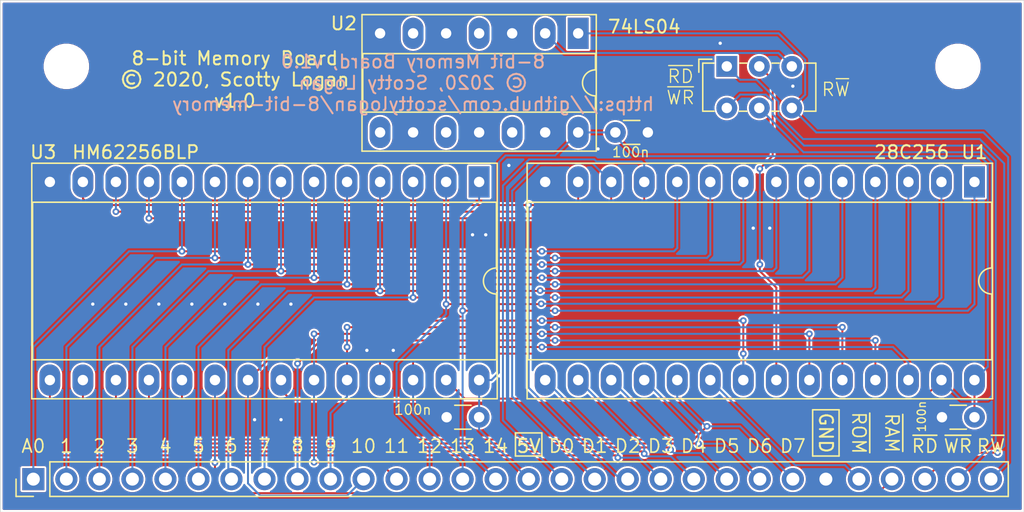
<source format=kicad_pcb>
(kicad_pcb (version 20171130) (host pcbnew "(5.1.8-0-10_14)")
  (title_block (title "8-bit Memory Board") (date 2020-12-28) (rev 1.0) (comment 1 8-bit-memory) (comment 2 "8 bit memory board for prototyping with solderless breadboards"))
  (layers (0 F.Cu signal) (31 B.Cu signal) (34 B.Paste user) (35 F.Paste user) (36 B.SilkS user) (37 F.SilkS user) (38 B.Mask user) (39 F.Mask user) (44 Edge.Cuts user))
  (net 0 "")
  (net 1 +5V)
  (net 2 GND)
  (net 3 /A0)
  (net 4 /A1)
  (net 5 /A2)
  (net 6 /A3)
  (net 7 /A4)
  (net 8 /A5)
  (net 9 /A6)
  (net 10 /A7)
  (net 11 /A8)
  (net 12 /A9)
  (net 13 /A10)
  (net 14 /A11)
  (net 15 /A12)
  (net 16 /A13)
  (net 17 /A14)
  (net 18 /D0)
  (net 19 /D1)
  (net 20 /D2)
  (net 21 /D3)
  (net 22 /D4)
  (net 23 /D5)
  (net 24 /D6)
  (net 25 /D7)
  (net 26 /~RD)
  (net 27 /~WR)
  (net 28 /R~W)
  (net 29 /~OE)
  (net 30 /~R~W)
  (net 31 /~WE)
  (net 32 "Net-(U2-Pad8)")
  (net 33 "Net-(U2-Pad10)")
  (net 34 "Net-(U2-Pad4)")
  (net 35 "Net-(U2-Pad12)")
  (net 36 "Net-(U2-Pad6)")
  (net 37 /~ROM)
  (net 38 /~RAM)
  (module Button_Switch_THT:SW_E-Switch_EG1271_DPDT (layer F.Cu) (at 158.75 54.61)
    (fp_text reference SW1 hide)
    (fp_text value SW_DPDT_x2 hide)
    (pad 1 thru_hole rect (at 0 0) (size 1.6 1.6) (drill 0.8) (layers *.Cu *.Mask) (net 26 /~RD))
    (pad 2 thru_hole circle (at 2.5 0) (size 1.6 1.6) (drill 0.8) (layers *.Cu *.Mask) (net 29 /~OE))
    (pad 3 thru_hole circle (at 5 0) (size 1.6 1.6) (drill 0.8) (layers *.Cu *.Mask) (net 30 /~R~W))
    (pad 4 thru_hole circle (at 0 3.2) (size 1.6 1.6) (drill 0.8) (layers *.Cu *.Mask) (net 27 /~WR))
    (pad 5 thru_hole circle (at 2.5 3.2) (size 1.6 1.6) (drill 0.8) (layers *.Cu *.Mask) (net 31 /~WE))
    (pad 6 thru_hole circle (at 5 3.2) (size 1.6 1.6) (drill 0.8) (layers *.Cu *.Mask) (net 28 /R~W))
  )
  (module Package_DIP:DIP-28_W15.24mm_Socket_LongPads (layer F.Cu) (at 177.8 63.5 270)
    (fp_text reference U1 (at -2.286 0 unlocked) (layer F.SilkS))
    (fp_text value 28C256 (at -2.286 4.826 unlocked) (layer F.SilkS))
    (pad 1 thru_hole rect (at 0 0 270) (size 2.4 1.6) (drill 0.8) (layers *.Cu *.Mask) (net 17 /A14))
    (pad 15 thru_hole oval (at 15.24 33.02 270) (size 2.4 1.6) (drill 0.8) (layers *.Cu *.Mask) (net 21 /D3))
    (pad 2 thru_hole oval (at 0 2.54 270) (size 2.4 1.6) (drill 0.8) (layers *.Cu *.Mask) (net 15 /A12))
    (pad 16 thru_hole oval (at 15.24 30.48 270) (size 2.4 1.6) (drill 0.8) (layers *.Cu *.Mask) (net 22 /D4))
    (pad 3 thru_hole oval (at 0 5.08 270) (size 2.4 1.6) (drill 0.8) (layers *.Cu *.Mask) (net 10 /A7))
    (pad 17 thru_hole oval (at 15.24 27.94 270) (size 2.4 1.6) (drill 0.8) (layers *.Cu *.Mask) (net 23 /D5))
    (pad 4 thru_hole oval (at 0 7.62 270) (size 2.4 1.6) (drill 0.8) (layers *.Cu *.Mask) (net 9 /A6))
    (pad 18 thru_hole oval (at 15.24 25.4 270) (size 2.4 1.6) (drill 0.8) (layers *.Cu *.Mask) (net 24 /D6))
    (pad 5 thru_hole oval (at 0 10.16 270) (size 2.4 1.6) (drill 0.8) (layers *.Cu *.Mask) (net 8 /A5))
    (pad 19 thru_hole oval (at 15.24 22.86 270) (size 2.4 1.6) (drill 0.8) (layers *.Cu *.Mask) (net 25 /D7))
    (pad 6 thru_hole oval (at 0 12.7 270) (size 2.4 1.6) (drill 0.8) (layers *.Cu *.Mask) (net 7 /A4))
    (pad 20 thru_hole oval (at 15.24 20.32 270) (size 2.4 1.6) (drill 0.8) (layers *.Cu *.Mask) (net 37 /~ROM))
    (pad 7 thru_hole oval (at 0 15.24 270) (size 2.4 1.6) (drill 0.8) (layers *.Cu *.Mask) (net 6 /A3))
    (pad 21 thru_hole oval (at 15.24 17.78 270) (size 2.4 1.6) (drill 0.8) (layers *.Cu *.Mask) (net 13 /A10))
    (pad 8 thru_hole oval (at 0 17.78 270) (size 2.4 1.6) (drill 0.8) (layers *.Cu *.Mask) (net 5 /A2))
    (pad 22 thru_hole oval (at 15.24 15.24 270) (size 2.4 1.6) (drill 0.8) (layers *.Cu *.Mask) (net 29 /~OE))
    (pad 9 thru_hole oval (at 0 20.32 270) (size 2.4 1.6) (drill 0.8) (layers *.Cu *.Mask) (net 4 /A1))
    (pad 23 thru_hole oval (at 15.24 12.7 270) (size 2.4 1.6) (drill 0.8) (layers *.Cu *.Mask) (net 14 /A11))
    (pad 10 thru_hole oval (at 0 22.86 270) (size 2.4 1.6) (drill 0.8) (layers *.Cu *.Mask) (net 3 /A0))
    (pad 24 thru_hole oval (at 15.24 10.16 270) (size 2.4 1.6) (drill 0.8) (layers *.Cu *.Mask) (net 12 /A9))
    (pad 11 thru_hole oval (at 0 25.4 270) (size 2.4 1.6) (drill 0.8) (layers *.Cu *.Mask) (net 18 /D0))
    (pad 25 thru_hole oval (at 15.24 7.62 270) (size 2.4 1.6) (drill 0.8) (layers *.Cu *.Mask) (net 11 /A8))
    (pad 12 thru_hole oval (at 0 27.94 270) (size 2.4 1.6) (drill 0.8) (layers *.Cu *.Mask) (net 19 /D1))
    (pad 26 thru_hole oval (at 15.24 5.08 270) (size 2.4 1.6) (drill 0.8) (layers *.Cu *.Mask) (net 16 /A13))
    (pad 13 thru_hole oval (at 0 30.48 270) (size 2.4 1.6) (drill 0.8) (layers *.Cu *.Mask) (net 20 /D2))
    (pad 27 thru_hole oval (at 15.24 2.54 270) (size 2.4 1.6) (drill 0.8) (layers *.Cu *.Mask) (net 31 /~WE))
    (pad 14 thru_hole oval (at 0 33.02 270) (size 2.4 1.6) (drill 0.8) (layers *.Cu *.Mask) (net 2 GND))
    (pad 28 thru_hole oval (at 15.24 0 270) (size 2.4 1.6) (drill 0.8) (layers *.Cu *.Mask) (net 1 +5V))
  )
  (module Package_DIP:DIP-14_W7.62mm_Socket_LongPads (layer F.Cu) (at 147.32 52.07 270)
    (fp_text reference U2 (at -0.762 18.034 unlocked) (layer F.SilkS))
    (fp_text value 74LS04 (at -0.508 -5.08 unlocked) (layer F.SilkS))
    (pad 1 thru_hole rect (at 0 0 270) (size 2.4 1.6) (drill 0.8) (layers *.Cu *.Mask) (net 28 /R~W))
    (pad 8 thru_hole oval (at 7.62 15.24 270) (size 2.4 1.6) (drill 0.8) (layers *.Cu *.Mask) (net 32 "Net-(U2-Pad8)"))
    (pad 2 thru_hole oval (at 0 2.54 270) (size 2.4 1.6) (drill 0.8) (layers *.Cu *.Mask) (net 30 /~R~W))
    (pad 9 thru_hole oval (at 7.62 12.7 270) (size 2.4 1.6) (drill 0.8) (layers *.Cu *.Mask) (net 2 GND))
    (pad 3 thru_hole oval (at 0 5.08 270) (size 2.4 1.6) (drill 0.8) (layers *.Cu *.Mask) (net 2 GND))
    (pad 10 thru_hole oval (at 7.62 10.16 270) (size 2.4 1.6) (drill 0.8) (layers *.Cu *.Mask) (net 33 "Net-(U2-Pad10)"))
    (pad 4 thru_hole oval (at 0 7.62 270) (size 2.4 1.6) (drill 0.8) (layers *.Cu *.Mask) (net 34 "Net-(U2-Pad4)"))
    (pad 11 thru_hole oval (at 7.62 7.62 270) (size 2.4 1.6) (drill 0.8) (layers *.Cu *.Mask) (net 2 GND))
    (pad 5 thru_hole oval (at 0 10.16 270) (size 2.4 1.6) (drill 0.8) (layers *.Cu *.Mask) (net 2 GND))
    (pad 12 thru_hole oval (at 7.62 5.08 270) (size 2.4 1.6) (drill 0.8) (layers *.Cu *.Mask) (net 35 "Net-(U2-Pad12)"))
    (pad 6 thru_hole oval (at 0 12.7 270) (size 2.4 1.6) (drill 0.8) (layers *.Cu *.Mask) (net 36 "Net-(U2-Pad6)"))
    (pad 13 thru_hole oval (at 7.62 2.54 270) (size 2.4 1.6) (drill 0.8) (layers *.Cu *.Mask) (net 2 GND))
    (pad 7 thru_hole oval (at 0 15.24 270) (size 2.4 1.6) (drill 0.8) (layers *.Cu *.Mask) (net 2 GND))
    (pad 14 thru_hole oval (at 7.62 0 270) (size 2.4 1.6) (drill 0.8) (layers *.Cu *.Mask) (net 1 +5V))
  )
  (module Package_DIP:DIP-28_W15.24mm_Socket_LongPads (layer F.Cu) (at 139.7 63.5 270)
    (fp_text reference U3 (at -2.286 33.528 unlocked) (layer F.SilkS))
    (fp_text value HM62256BLP (at -2.286 26.416 unlocked) (layer F.SilkS))
    (pad 28 thru_hole oval (at 15.24 0 270) (size 2.4 1.6) (drill 0.8) (layers *.Cu *.Mask) (net 1 +5V))
    (pad 14 thru_hole oval (at 0 33.02 270) (size 2.4 1.6) (drill 0.8) (layers *.Cu *.Mask) (net 2 GND))
    (pad 27 thru_hole oval (at 15.24 2.54 270) (size 2.4 1.6) (drill 0.8) (layers *.Cu *.Mask) (net 31 /~WE))
    (pad 13 thru_hole oval (at 0 30.48 270) (size 2.4 1.6) (drill 0.8) (layers *.Cu *.Mask) (net 20 /D2))
    (pad 26 thru_hole oval (at 15.24 5.08 270) (size 2.4 1.6) (drill 0.8) (layers *.Cu *.Mask) (net 16 /A13))
    (pad 12 thru_hole oval (at 0 27.94 270) (size 2.4 1.6) (drill 0.8) (layers *.Cu *.Mask) (net 19 /D1))
    (pad 25 thru_hole oval (at 15.24 7.62 270) (size 2.4 1.6) (drill 0.8) (layers *.Cu *.Mask) (net 11 /A8))
    (pad 11 thru_hole oval (at 0 25.4 270) (size 2.4 1.6) (drill 0.8) (layers *.Cu *.Mask) (net 18 /D0))
    (pad 24 thru_hole oval (at 15.24 10.16 270) (size 2.4 1.6) (drill 0.8) (layers *.Cu *.Mask) (net 12 /A9))
    (pad 10 thru_hole oval (at 0 22.86 270) (size 2.4 1.6) (drill 0.8) (layers *.Cu *.Mask) (net 3 /A0))
    (pad 23 thru_hole oval (at 15.24 12.7 270) (size 2.4 1.6) (drill 0.8) (layers *.Cu *.Mask) (net 14 /A11))
    (pad 9 thru_hole oval (at 0 20.32 270) (size 2.4 1.6) (drill 0.8) (layers *.Cu *.Mask) (net 4 /A1))
    (pad 22 thru_hole oval (at 15.24 15.24 270) (size 2.4 1.6) (drill 0.8) (layers *.Cu *.Mask) (net 29 /~OE))
    (pad 8 thru_hole oval (at 0 17.78 270) (size 2.4 1.6) (drill 0.8) (layers *.Cu *.Mask) (net 5 /A2))
    (pad 21 thru_hole oval (at 15.24 17.78 270) (size 2.4 1.6) (drill 0.8) (layers *.Cu *.Mask) (net 13 /A10))
    (pad 7 thru_hole oval (at 0 15.24 270) (size 2.4 1.6) (drill 0.8) (layers *.Cu *.Mask) (net 6 /A3))
    (pad 20 thru_hole oval (at 15.24 20.32 270) (size 2.4 1.6) (drill 0.8) (layers *.Cu *.Mask) (net 38 /~RAM))
    (pad 6 thru_hole oval (at 0 12.7 270) (size 2.4 1.6) (drill 0.8) (layers *.Cu *.Mask) (net 7 /A4))
    (pad 19 thru_hole oval (at 15.24 22.86 270) (size 2.4 1.6) (drill 0.8) (layers *.Cu *.Mask) (net 25 /D7))
    (pad 5 thru_hole oval (at 0 10.16 270) (size 2.4 1.6) (drill 0.8) (layers *.Cu *.Mask) (net 8 /A5))
    (pad 18 thru_hole oval (at 15.24 25.4 270) (size 2.4 1.6) (drill 0.8) (layers *.Cu *.Mask) (net 24 /D6))
    (pad 4 thru_hole oval (at 0 7.62 270) (size 2.4 1.6) (drill 0.8) (layers *.Cu *.Mask) (net 9 /A6))
    (pad 17 thru_hole oval (at 15.24 27.94 270) (size 2.4 1.6) (drill 0.8) (layers *.Cu *.Mask) (net 23 /D5))
    (pad 3 thru_hole oval (at 0 5.08 270) (size 2.4 1.6) (drill 0.8) (layers *.Cu *.Mask) (net 10 /A7))
    (pad 16 thru_hole oval (at 15.24 30.48 270) (size 2.4 1.6) (drill 0.8) (layers *.Cu *.Mask) (net 22 /D4))
    (pad 2 thru_hole oval (at 0 2.54 270) (size 2.4 1.6) (drill 0.8) (layers *.Cu *.Mask) (net 15 /A12))
    (pad 15 thru_hole oval (at 15.24 33.02 270) (size 2.4 1.6) (drill 0.8) (layers *.Cu *.Mask) (net 21 /D3))
    (pad 1 thru_hole rect (at 0 0 270) (size 2.4 1.6) (drill 0.8) (layers *.Cu *.Mask) (net 17 /A14))
  )
  (module Capacitor_THT:C_Disc_D3.0mm_W1.6mm_P2.50mm (layer F.Cu) (at 177.8 81.5975 180)
    (fp_text reference C1 hide)
    (fp_text value 100n (at 4.064 -1.2065 90 unlocked) (layer F.SilkS) (effects (font (size 0.635 0.635) (thickness 0.1016)) (justify left)))
    (pad 1 thru_hole circle (at 0 0 180) (size 1.6 1.6) (drill 0.8) (layers *.Cu *.Mask) (net 1 +5V))
    (pad 2 thru_hole circle (at 2.5 0 180) (size 1.6 1.6) (drill 0.8) (layers *.Cu *.Mask) (net 2 GND))
  )
  (module Capacitor_THT:C_Disc_D3.0mm_W1.6mm_P2.50mm (layer F.Cu) (at 150.1775 59.69)
    (fp_text reference C2 hide)
    (fp_text value 100n (at -0.3175 1.524 unlocked) (layer F.SilkS) (effects (font (size 0.762 0.762) (thickness 0.1016)) (justify left)))
    (pad 2 thru_hole circle (at 2.5 0) (size 1.6 1.6) (drill 0.8) (layers *.Cu *.Mask) (net 2 GND))
    (pad 1 thru_hole circle (at 0 0) (size 1.6 1.6) (drill 0.8) (layers *.Cu *.Mask) (net 1 +5V))
  )
  (module Capacitor_THT:C_Disc_D3.0mm_W1.6mm_P2.50mm (layer F.Cu) (at 139.7 81.5975 180)
    (fp_text reference C3 hide)
    (fp_text value 100n (at 6.604 0.5715 unlocked) (layer F.SilkS) (effects (font (size 0.762 0.762) (thickness 0.1016)) (justify left)))
    (pad 1 thru_hole circle (at 0 0 180) (size 1.6 1.6) (drill 0.8) (layers *.Cu *.Mask) (net 1 +5V))
    (pad 2 thru_hole circle (at 2.5 0 180) (size 1.6 1.6) (drill 0.8) (layers *.Cu *.Mask) (net 2 GND))
  )
  (module MountingHole:MountingHole_3.2mm_M3 (layer F.Cu) (at 107.95 54.61)
    (fp_text reference H1 hide)
    (fp_text value MountingHole hide)
    (pad 1 np_thru_hole circle (at 0 0) (size 3.2 3.2) (drill 3.2) (layers *.Cu *.Mask))
  )
  (module MountingHole:MountingHole_3.2mm_M3 (layer F.Cu) (at 176.53 54.61)
    (fp_text reference H2 hide)
    (fp_text value MountingHole hide)
    (pad 1 np_thru_hole circle (at 0 0) (size 3.2 3.2) (drill 3.2) (layers *.Cu *.Mask))
  )
  (module Connector_PinHeader_2.54mm:PinHeader_1x30_P2.54mm_Vertical (layer F.Cu) (at 105.41 86.36 90)
    (fp_text reference J1 hide)
    (fp_text value Conn_01x30_Male hide)
    (pad 1 thru_hole rect (at 0 0 90) (size 1.7 1.7) (drill 1) (layers *.Cu *.Mask) (net 3 /A0))
    (pad 2 thru_hole oval (at 0 2.54 90) (size 1.7 1.7) (drill 1) (layers *.Cu *.Mask) (net 4 /A1))
    (pad 3 thru_hole oval (at 0 5.08 90) (size 1.7 1.7) (drill 1) (layers *.Cu *.Mask) (net 5 /A2))
    (pad 4 thru_hole oval (at 0 7.62 90) (size 1.7 1.7) (drill 1) (layers *.Cu *.Mask) (net 6 /A3))
    (pad 5 thru_hole oval (at 0 10.16 90) (size 1.7 1.7) (drill 1) (layers *.Cu *.Mask) (net 7 /A4))
    (pad 6 thru_hole oval (at 0 12.7 90) (size 1.7 1.7) (drill 1) (layers *.Cu *.Mask) (net 8 /A5))
    (pad 7 thru_hole oval (at 0 15.24 90) (size 1.7 1.7) (drill 1) (layers *.Cu *.Mask) (net 9 /A6))
    (pad 8 thru_hole oval (at 0 17.78 90) (size 1.7 1.7) (drill 1) (layers *.Cu *.Mask) (net 10 /A7))
    (pad 9 thru_hole oval (at 0 20.32 90) (size 1.7 1.7) (drill 1) (layers *.Cu *.Mask) (net 11 /A8))
    (pad 10 thru_hole oval (at 0 22.86 90) (size 1.7 1.7) (drill 1) (layers *.Cu *.Mask) (net 12 /A9))
    (pad 11 thru_hole oval (at 0 25.4 90) (size 1.7 1.7) (drill 1) (layers *.Cu *.Mask) (net 13 /A10))
    (pad 12 thru_hole oval (at 0 27.94 90) (size 1.7 1.7) (drill 1) (layers *.Cu *.Mask) (net 14 /A11))
    (pad 13 thru_hole oval (at 0 30.48 90) (size 1.7 1.7) (drill 1) (layers *.Cu *.Mask) (net 15 /A12))
    (pad 14 thru_hole oval (at 0 33.02 90) (size 1.7 1.7) (drill 1) (layers *.Cu *.Mask) (net 16 /A13))
    (pad 15 thru_hole oval (at 0 35.56 90) (size 1.7 1.7) (drill 1) (layers *.Cu *.Mask) (net 17 /A14))
    (pad 16 thru_hole oval (at 0 38.1 90) (size 1.7 1.7) (drill 1) (layers *.Cu *.Mask) (net 1 +5V))
    (pad 17 thru_hole oval (at 0 40.64 90) (size 1.7 1.7) (drill 1) (layers *.Cu *.Mask) (net 18 /D0))
    (pad 18 thru_hole oval (at 0 43.18 90) (size 1.7 1.7) (drill 1) (layers *.Cu *.Mask) (net 19 /D1))
    (pad 19 thru_hole oval (at 0 45.72 90) (size 1.7 1.7) (drill 1) (layers *.Cu *.Mask) (net 20 /D2))
    (pad 20 thru_hole oval (at 0 48.26 90) (size 1.7 1.7) (drill 1) (layers *.Cu *.Mask) (net 21 /D3))
    (pad 21 thru_hole oval (at 0 50.8 90) (size 1.7 1.7) (drill 1) (layers *.Cu *.Mask) (net 22 /D4))
    (pad 22 thru_hole oval (at 0 53.34 90) (size 1.7 1.7) (drill 1) (layers *.Cu *.Mask) (net 23 /D5))
    (pad 23 thru_hole oval (at 0 55.88 90) (size 1.7 1.7) (drill 1) (layers *.Cu *.Mask) (net 24 /D6))
    (pad 24 thru_hole oval (at 0 58.42 90) (size 1.7 1.7) (drill 1) (layers *.Cu *.Mask) (net 25 /D7))
    (pad 25 thru_hole oval (at 0 60.96 90) (size 1.7 1.7) (drill 1) (layers *.Cu *.Mask) (net 2 GND))
    (pad 26 thru_hole oval (at 0 63.5 90) (size 1.7 1.7) (drill 1) (layers *.Cu *.Mask) (net 37 /~ROM))
    (pad 27 thru_hole oval (at 0 66.04 90) (size 1.7 1.7) (drill 1) (layers *.Cu *.Mask) (net 38 /~RAM))
    (pad 28 thru_hole oval (at 0 68.58 90) (size 1.7 1.7) (drill 1) (layers *.Cu *.Mask) (net 26 /~RD))
    (pad 29 thru_hole oval (at 0 71.12 90) (size 1.7 1.7) (drill 1) (layers *.Cu *.Mask) (net 27 /~WR))
    (pad 30 thru_hole oval (at 0 73.66 90) (size 1.7 1.7) (drill 1) (layers *.Cu *.Mask) (net 28 /R~W))
  )
  (gr_line (start 165.354 84.582) (end 165.354 81.026) (layer F.SilkS) (width 0.12))
  (gr_line (start 167.386 84.582) (end 165.354 84.582) (layer F.SilkS) (width 0.12))
  (gr_line (start 167.386 81.026) (end 167.386 84.582) (layer F.SilkS) (width 0.12))
  (gr_line (start 165.354 81.026) (end 167.386 81.026) (layer F.SilkS) (width 0.12))
  (gr_line (start 142.494 84.582) (end 142.494 82.804) (layer F.SilkS) (width 0.12))
  (gr_line (start 144.526 84.582) (end 142.494 84.582) (layer F.SilkS) (width 0.12))
  (gr_line (start 144.526 82.804) (end 144.526 84.582) (layer F.SilkS) (width 0.12))
  (gr_line (start 142.494 82.804) (end 144.526 82.804) (layer F.SilkS) (width 0.12))
  (gr_text "8-bit Memory Board\n© 2020, Scotty Logan\nv1.0" (at 120.904 55.626) (layer F.SilkS) (effects (font (size 1.016 1.016) (thickness 0.1524))))
  (gr_text "8-bit Memory Board, v1.0\n© 2020, Scotty Logan\nhttps://github.com/scottylogan/8-bit-memory" (at 134.62 55.88) (layer B.SilkS) (effects (font (size 1.016 1.016) (thickness 0.1524)) (justify mirror)))
  (gr_text R~W (at 167.132 56.388) (layer F.SilkS) (effects (font (size 1.016 1.016) (thickness 0.1016))))
  (gr_text "~RD~\n~WR" (at 155.194 56.1975) (layer F.SilkS) (effects (font (size 1.016 1.016) (thickness 0.1016))))
  (gr_text GND (at 166.37 82.804 -90) (layer F.SilkS) (effects (font (size 1.016 1.016) (thickness 0.1524))))
  (gr_text 5V (at 143.51 83.82) (layer F.SilkS) (effects (font (size 1.016 1.016) (thickness 0.1524))))
  (gr_text R~W (at 179.07 83.82) (layer F.SilkS) (effects (font (size 1.016 1.016) (thickness 0.127))))
  (gr_text ~WR (at 176.53 83.82) (layer F.SilkS) (effects (font (size 1.016 1.016) (thickness 0.127))))
  (gr_text ~RD (at 173.99 83.82) (layer F.SilkS) (effects (font (size 1.016 1.016) (thickness 0.127))))
  (gr_text ~RAM (at 171.45 82.804 -90) (layer F.SilkS) (effects (font (size 1.016 1.016) (thickness 0.127))))
  (gr_text ~ROM (at 168.91 82.804 -90) (layer F.SilkS) (effects (font (size 1.016 1.016) (thickness 0.127))))
  (gr_text D7 (at 163.83 83.82) (layer F.SilkS) (effects (font (size 1.016 1.016) (thickness 0.127))))
  (gr_text D6 (at 161.29 83.82) (layer F.SilkS) (effects (font (size 1.016 1.016) (thickness 0.127))))
  (gr_text D5 (at 158.75 83.82) (layer F.SilkS) (effects (font (size 1.016 1.016) (thickness 0.127))))
  (gr_text D4 (at 156.21 83.82) (layer F.SilkS) (effects (font (size 1.016 1.016) (thickness 0.127))))
  (gr_text D3 (at 153.67 83.82) (layer F.SilkS) (effects (font (size 1.016 1.016) (thickness 0.127))))
  (gr_text D2 (at 151.13 83.82) (layer F.SilkS) (effects (font (size 1.016 1.016) (thickness 0.127))))
  (gr_text D1 (at 148.59 83.82) (layer F.SilkS) (effects (font (size 1.016 1.016) (thickness 0.127))))
  (gr_text D0 (at 146.05 83.82) (layer F.SilkS) (effects (font (size 1.016 1.016) (thickness 0.127))))
  (gr_text 14 (at 140.97 83.82) (layer F.SilkS) (effects (font (size 1.016 1.016) (thickness 0.127))))
  (gr_text 13 (at 138.43 83.82) (layer F.SilkS) (effects (font (size 1.016 1.016) (thickness 0.127))))
  (gr_text 12 (at 135.89 83.82) (layer F.SilkS) (effects (font (size 1.016 1.016) (thickness 0.127))))
  (gr_text 11 (at 133.35 83.82) (layer F.SilkS) (effects (font (size 1.016 1.016) (thickness 0.127))))
  (gr_text 10 (at 130.81 83.82) (layer F.SilkS) (effects (font (size 1.016 1.016) (thickness 0.127))))
  (gr_text 9 (at 128.27 83.82) (layer F.SilkS) (effects (font (size 1.016 1.016) (thickness 0.127))))
  (gr_text 8 (at 125.73 83.82) (layer F.SilkS) (effects (font (size 1.016 1.016) (thickness 0.127))))
  (gr_text 7 (at 123.19 83.82) (layer F.SilkS) (effects (font (size 1.016 1.016) (thickness 0.127))))
  (gr_text 6 (at 120.65 83.82) (layer F.SilkS) (effects (font (size 1.016 1.016) (thickness 0.127))))
  (gr_text 5 (at 118.11 83.82) (layer F.SilkS) (effects (font (size 1.016 1.016) (thickness 0.127))))
  (gr_text 4 (at 115.57 83.82) (layer F.SilkS) (effects (font (size 1.016 1.016) (thickness 0.127))))
  (gr_text 3 (at 113.03 83.82) (layer F.SilkS) (effects (font (size 1.016 1.016) (thickness 0.127))))
  (gr_text 2 (at 110.49 83.82) (layer F.SilkS) (effects (font (size 1.016 1.016) (thickness 0.127))))
  (gr_text 1 (at 107.95 83.82) (layer F.SilkS) (effects (font (size 1.016 1.016) (thickness 0.127))))
  (gr_text A0 (at 105.41 83.82) (layer F.SilkS) (effects (font (size 1.016 1.016) (thickness 0.127))))
  (gr_line (start 102.87 49.53) (end 102.87 88.9) (layer Edge.Cuts) (width 0.05))
  (gr_line (start 181.61 49.53) (end 102.87 49.53) (layer Edge.Cuts) (width 0.05))
  (gr_line (start 181.61 88.9) (end 181.61 49.53) (layer Edge.Cuts) (width 0.05))
  (gr_line (start 102.87 88.9) (end 181.61 88.9) (layer Edge.Cuts) (width 0.05))
  (segment (start 145.548232 61.461768) (end 147.32 59.69) (width 0.1524) (layer B.Cu) (net 1))
  (segment (start 147.32 59.69) (end 149.86 59.69) (width 0.1524) (layer B.Cu) (net 1))
  (segment (start 139.7 81.28) (end 139.7 78.74) (width 0.1524) (layer B.Cu) (net 1))
  (segment (start 178.828601 77.711399) (end 177.8 78.74) (width 0.1524) (layer B.Cu) (net 1))
  (segment (start 178.828601 62.117119) (end 178.828601 77.711399) (width 0.1524) (layer B.Cu) (net 1))
  (segment (start 149.86 59.69) (end 151.688809 61.518809) (width 0.1524) (layer B.Cu) (net 1))
  (segment (start 178.230291 61.518809) (end 178.828601 62.117119) (width 0.1524) (layer B.Cu) (net 1))
  (segment (start 151.688809 61.518809) (end 178.230291 61.518809) (width 0.1524) (layer B.Cu) (net 1))
  (segment (start 177.8 78.74) (end 177.8 81.5975) (width 0.1524) (layer F.Cu) (net 1))
  (segment (start 139.7 82.55) (end 139.7 81.5975) (width 0.1524) (layer B.Cu) (net 1))
  (segment (start 143.51 86.36) (end 139.7 82.55) (width 0.1524) (layer B.Cu) (net 1))
  (segment (start 140.6524 78.74) (end 141.224 78.1684) (width 0.1524) (layer B.Cu) (net 1))
  (segment (start 139.7 78.74) (end 140.6524 78.74) (width 0.1524) (layer B.Cu) (net 1))
  (segment (start 141.224 78.1684) (end 141.224 61.976) (width 0.1524) (layer B.Cu) (net 1))
  (segment (start 141.224 61.976) (end 141.732 61.468) (width 0.1524) (layer B.Cu) (net 1))
  (segment (start 143.416097 61.461768) (end 145.535768 61.461768) (width 0.1524) (layer B.Cu) (net 1))
  (segment (start 143.416097 61.461768) (end 141.738232 61.461768) (width 0.1524) (layer B.Cu) (net 1))
  (via (at 163.83 56.134) (size 0.508) (drill 0.254) (layers F.Cu B.Cu) (net 2))
  (via (at 158.242 52.832) (size 0.508) (drill 0.254) (layers F.Cu B.Cu) (net 2))
  (via (at 148.844 60.96) (size 0.508) (drill 0.254) (layers F.Cu B.Cu) (net 2))
  (via (at 141.986 62.23) (size 0.508) (drill 0.254) (layers F.Cu B.Cu) (net 2))
  (via (at 140.208 67.564) (size 0.508) (drill 0.254) (layers F.Cu B.Cu) (net 2))
  (via (at 139.192 67.564) (size 0.508) (drill 0.254) (layers F.Cu B.Cu) (net 2))
  (via (at 109.982 72.898) (size 0.508) (drill 0.254) (layers F.Cu B.Cu) (net 2))
  (via (at 112.522 72.898) (size 0.508) (drill 0.254) (layers F.Cu B.Cu) (net 2))
  (via (at 115.062 72.898) (size 0.508) (drill 0.254) (layers F.Cu B.Cu) (net 2))
  (via (at 117.602 72.898) (size 0.508) (drill 0.254) (layers F.Cu B.Cu) (net 2))
  (via (at 120.142 72.898) (size 0.508) (drill 0.254) (layers F.Cu B.Cu) (net 2))
  (via (at 122.682 72.898) (size 0.508) (drill 0.254) (layers F.Cu B.Cu) (net 2))
  (via (at 125.222 72.898) (size 0.508) (drill 0.254) (layers F.Cu B.Cu) (net 2))
  (via (at 122.428 81.788) (size 0.508) (drill 0.254) (layers F.Cu B.Cu) (net 2))
  (via (at 124.46 81.788) (size 0.508) (drill 0.254) (layers F.Cu B.Cu) (net 2))
  (via (at 131.064 76.454) (size 0.508) (drill 0.254) (layers F.Cu B.Cu) (net 2))
  (via (at 133.096 76.454) (size 0.508) (drill 0.254) (layers F.Cu B.Cu) (net 2))
  (via (at 160.782 67.056) (size 0.508) (drill 0.254) (layers F.Cu B.Cu) (net 2))
  (via (at 162.052 67.056) (size 0.508) (drill 0.254) (layers F.Cu B.Cu) (net 2))
  (segment (start 105.41 86.36) (end 105.41 76.2) (width 0.1524) (layer B.Cu) (net 3))
  (segment (start 116.84 64.77) (end 116.84 63.5) (width 0.1524) (layer B.Cu) (net 3))
  (segment (start 154.94 63.5) (end 154.94 68.58) (width 0.1524) (layer B.Cu) (net 3))
  (via (at 144.526 68.834) (size 0.508) (drill 0.254) (layers F.Cu B.Cu) (net 3))
  (segment (start 154.686 68.834) (end 144.526 68.834) (width 0.1524) (layer B.Cu) (net 3))
  (segment (start 154.94 68.58) (end 154.686 68.834) (width 0.1524) (layer B.Cu) (net 3))
  (via (at 116.84 68.834) (size 0.508) (drill 0.254) (layers F.Cu B.Cu) (net 3))
  (segment (start 144.526 68.834) (end 116.84 68.834) (width 0.1524) (layer F.Cu) (net 3))
  (segment (start 116.84 68.834) (end 116.84 63.5) (width 0.1524) (layer B.Cu) (net 3))
  (segment (start 112.776 68.834) (end 105.41 76.2) (width 0.1524) (layer B.Cu) (net 3))
  (segment (start 116.84 68.834) (end 112.776 68.834) (width 0.1524) (layer B.Cu) (net 3))
  (segment (start 119.38 64.77) (end 119.38 63.5) (width 0.1524) (layer B.Cu) (net 4))
  (segment (start 107.95 86.36) (end 107.95 76.2) (width 0.1524) (layer B.Cu) (net 4))
  (segment (start 157.48 63.5) (end 157.48 69.088) (width 0.1524) (layer B.Cu) (net 4))
  (via (at 145.542 69.342) (size 0.508) (drill 0.254) (layers F.Cu B.Cu) (net 4))
  (segment (start 157.226 69.342) (end 145.542 69.342) (width 0.1524) (layer B.Cu) (net 4))
  (segment (start 157.48 69.088) (end 157.226 69.342) (width 0.1524) (layer B.Cu) (net 4))
  (via (at 119.38 69.342) (size 0.508) (drill 0.254) (layers F.Cu B.Cu) (net 4))
  (segment (start 145.542 69.342) (end 119.38 69.342) (width 0.1524) (layer F.Cu) (net 4))
  (segment (start 119.38 69.342) (end 119.38 64.77) (width 0.1524) (layer B.Cu) (net 4))
  (segment (start 119.38 69.342) (end 114.808 69.342) (width 0.1524) (layer B.Cu) (net 4))
  (segment (start 114.808 69.342) (end 107.95 76.2) (width 0.1524) (layer B.Cu) (net 4))
  (segment (start 121.92 63.5) (end 121.92 64.77) (width 0.1524) (layer B.Cu) (net 5))
  (segment (start 110.49 76.2) (end 110.49 86.36) (width 0.1524) (layer B.Cu) (net 5))
  (segment (start 160.02 63.5) (end 160.02 69.596) (width 0.1524) (layer B.Cu) (net 5))
  (via (at 144.526 69.85) (size 0.508) (drill 0.254) (layers F.Cu B.Cu) (net 5))
  (segment (start 159.766 69.85) (end 144.526 69.85) (width 0.1524) (layer B.Cu) (net 5))
  (segment (start 160.02 69.596) (end 159.766 69.85) (width 0.1524) (layer B.Cu) (net 5))
  (via (at 121.92 69.85) (size 0.508) (drill 0.254) (layers F.Cu B.Cu) (net 5))
  (segment (start 144.526 69.85) (end 121.92 69.85) (width 0.1524) (layer F.Cu) (net 5))
  (segment (start 121.92 69.85) (end 121.92 63.5) (width 0.1524) (layer B.Cu) (net 5))
  (segment (start 116.84 69.85) (end 110.49 76.2) (width 0.1524) (layer B.Cu) (net 5))
  (segment (start 121.92 69.85) (end 116.84 69.85) (width 0.1524) (layer B.Cu) (net 5))
  (segment (start 113.03 86.36) (end 113.03 76.2) (width 0.1524) (layer B.Cu) (net 6))
  (segment (start 124.46 64.77) (end 124.46 63.5) (width 0.1524) (layer B.Cu) (net 6))
  (segment (start 162.56 63.5) (end 162.56 70.104) (width 0.1524) (layer B.Cu) (net 6))
  (via (at 145.542 70.358) (size 0.508) (drill 0.254) (layers F.Cu B.Cu) (net 6))
  (segment (start 162.306 70.358) (end 145.542 70.358) (width 0.1524) (layer B.Cu) (net 6))
  (segment (start 162.56 70.104) (end 162.306 70.358) (width 0.1524) (layer B.Cu) (net 6))
  (via (at 124.46 70.358) (size 0.508) (drill 0.254) (layers F.Cu B.Cu) (net 6))
  (segment (start 145.542 70.358) (end 124.46 70.358) (width 0.1524) (layer F.Cu) (net 6))
  (segment (start 124.46 70.358) (end 124.46 64.77) (width 0.1524) (layer B.Cu) (net 6))
  (segment (start 118.872 70.358) (end 113.03 76.2) (width 0.1524) (layer B.Cu) (net 6))
  (segment (start 124.46 70.358) (end 118.872 70.358) (width 0.1524) (layer B.Cu) (net 6))
  (segment (start 127 63.5) (end 127 64.77) (width 0.1524) (layer B.Cu) (net 7))
  (segment (start 115.57 76.2) (end 115.57 86.36) (width 0.1524) (layer B.Cu) (net 7))
  (via (at 127 70.866) (size 0.508) (drill 0.254) (layers F.Cu B.Cu) (net 7))
  (segment (start 127 64.77) (end 127 70.866) (width 0.1524) (layer B.Cu) (net 7))
  (via (at 144.526 70.866) (size 0.508) (drill 0.254) (layers F.Cu B.Cu) (net 7))
  (segment (start 127 70.866) (end 144.526 70.866) (width 0.1524) (layer F.Cu) (net 7))
  (segment (start 144.526 70.866) (end 164.592 70.866) (width 0.1524) (layer B.Cu) (net 7))
  (segment (start 165.1 70.358) (end 165.1 63.5) (width 0.1524) (layer B.Cu) (net 7))
  (segment (start 164.592 70.866) (end 165.1 70.358) (width 0.1524) (layer B.Cu) (net 7))
  (segment (start 127 70.866) (end 120.904 70.866) (width 0.1524) (layer B.Cu) (net 7))
  (segment (start 120.904 70.866) (end 115.57 76.2) (width 0.1524) (layer B.Cu) (net 7))
  (segment (start 115.57 76.2) (end 115.57 76.454) (width 0.1524) (layer B.Cu) (net 7))
  (segment (start 118.11 86.36) (end 118.11 76.2) (width 0.1524) (layer B.Cu) (net 8))
  (segment (start 129.54 64.77) (end 129.54 63.5) (width 0.1524) (layer B.Cu) (net 8))
  (segment (start 167.64 63.5) (end 167.64 70.866) (width 0.1524) (layer B.Cu) (net 8))
  (via (at 145.542 71.374) (size 0.508) (drill 0.254) (layers F.Cu B.Cu) (net 8))
  (segment (start 167.132 71.374) (end 145.542 71.374) (width 0.1524) (layer B.Cu) (net 8))
  (segment (start 167.64 70.866) (end 167.132 71.374) (width 0.1524) (layer B.Cu) (net 8))
  (via (at 129.54 71.374) (size 0.508) (drill 0.254) (layers F.Cu B.Cu) (net 8))
  (segment (start 129.54 71.374) (end 129.54 63.5) (width 0.1524) (layer B.Cu) (net 8))
  (segment (start 118.11 76.2) (end 122.936 71.374) (width 0.1524) (layer B.Cu) (net 8))
  (segment (start 122.936 71.374) (end 129.54 71.374) (width 0.1524) (layer B.Cu) (net 8))
  (segment (start 145.54198 71.37398) (end 129.89923 71.37398) (width 0.1524) (layer F.Cu) (net 8))
  (segment (start 129.89923 71.37398) (end 129.89921 71.374) (width 0.1524) (layer F.Cu) (net 8))
  (segment (start 145.542 71.374) (end 145.54198 71.37398) (width 0.1524) (layer F.Cu) (net 8))
  (segment (start 129.89921 71.374) (end 129.54 71.374) (width 0.1524) (layer F.Cu) (net 8))
  (segment (start 120.40861 86.11861) (end 120.65 86.36) (width 0.1524) (layer B.Cu) (net 9))
  (segment (start 120.40861 76.44139) (end 120.40861 86.11861) (width 0.1524) (layer B.Cu) (net 9))
  (segment (start 132.08 63.5) (end 132.08 64.77) (width 0.1524) (layer B.Cu) (net 9))
  (via (at 132.08 71.882) (size 0.508) (drill 0.254) (layers F.Cu B.Cu) (net 9))
  (segment (start 132.08 71.882) (end 132.08 63.5) (width 0.1524) (layer B.Cu) (net 9))
  (segment (start 120.40861 76.44139) (end 124.968 71.882) (width 0.1524) (layer B.Cu) (net 9))
  (segment (start 124.968 71.882) (end 132.08 71.882) (width 0.1524) (layer B.Cu) (net 9))
  (segment (start 144.416583 71.882) (end 144.391173 71.85659) (width 0.1524) (layer B.Cu) (net 9))
  (segment (start 144.365763 71.882) (end 144.391173 71.85659) (width 0.1524) (layer F.Cu) (net 9))
  (segment (start 170.18 71.628) (end 169.926 71.882) (width 0.1524) (layer B.Cu) (net 9))
  (segment (start 170.18 63.5) (end 170.18 71.628) (width 0.1524) (layer B.Cu) (net 9))
  (segment (start 169.926 71.882) (end 144.416583 71.882) (width 0.1524) (layer B.Cu) (net 9))
  (via (at 144.391173 71.85659) (size 0.508) (drill 0.254) (layers F.Cu B.Cu) (net 9))
  (segment (start 132.08 71.882) (end 144.365763 71.882) (width 0.1524) (layer F.Cu) (net 9))
  (segment (start 123.19 86.36) (end 123.19 76.2) (width 0.1524) (layer B.Cu) (net 10))
  (segment (start 134.62 64.77) (end 134.62 63.5) (width 0.1524) (layer B.Cu) (net 10))
  (segment (start 172.72 63.5) (end 172.72 71.882) (width 0.1524) (layer B.Cu) (net 10))
  (segment (start 172.72 71.882) (end 172.212 72.39) (width 0.1524) (layer B.Cu) (net 10))
  (via (at 145.542 72.39) (size 0.508) (drill 0.254) (layers F.Cu B.Cu) (net 10))
  (segment (start 172.212 72.39) (end 145.542 72.39) (width 0.1524) (layer B.Cu) (net 10))
  (via (at 134.62 72.39) (size 0.508) (drill 0.254) (layers F.Cu B.Cu) (net 10))
  (segment (start 123.19 76.2) (end 127 72.39) (width 0.1524) (layer B.Cu) (net 10))
  (segment (start 127 72.39) (end 134.62 72.39) (width 0.1524) (layer B.Cu) (net 10))
  (segment (start 134.62 72.39) (end 134.62 64.77) (width 0.1524) (layer B.Cu) (net 10))
  (segment (start 134.97921 72.39) (end 134.62 72.39) (width 0.1524) (layer F.Cu) (net 10))
  (segment (start 145.542 72.39) (end 134.97921 72.39) (width 0.1524) (layer F.Cu) (net 10))
  (via (at 170.18 75.692) (size 0.508) (drill 0.254) (layers F.Cu B.Cu) (net 11))
  (segment (start 170.18 78.74) (end 170.18 75.692) (width 0.1524) (layer F.Cu) (net 11))
  (segment (start 125.73 77.47) (end 125.73 86.36) (width 0.1524) (layer B.Cu) (net 11))
  (via (at 125.73 77.47) (size 0.508) (drill 0.254) (layers F.Cu B.Cu) (net 11))
  (segment (start 127.508 75.692) (end 125.73 77.47) (width 0.1524) (layer F.Cu) (net 11))
  (segment (start 132.08 75.692) (end 127.508 75.692) (width 0.1524) (layer F.Cu) (net 11))
  (segment (start 132.08 75.692) (end 132.08 78.74) (width 0.1524) (layer F.Cu) (net 11))
  (via (at 145.542 75.692) (size 0.508) (drill 0.254) (layers F.Cu B.Cu) (net 11))
  (segment (start 132.08 75.692) (end 145.542 75.692) (width 0.1524) (layer F.Cu) (net 11))
  (segment (start 145.90121 75.692) (end 145.542 75.692) (width 0.1524) (layer B.Cu) (net 11))
  (segment (start 170.18 75.692) (end 145.90121 75.692) (width 0.1524) (layer B.Cu) (net 11))
  (segment (start 128.27 86.36) (end 128.27 81.28) (width 0.1524) (layer B.Cu) (net 12))
  (segment (start 129.54 80.01) (end 129.54 78.74) (width 0.1524) (layer B.Cu) (net 12))
  (segment (start 128.27 81.28) (end 129.54 80.01) (width 0.1524) (layer B.Cu) (net 12))
  (segment (start 167.64 78.74) (end 167.64 78.232) (width 0.1524) (layer B.Cu) (net 12))
  (via (at 167.64 74.676) (size 0.508) (drill 0.254) (layers F.Cu B.Cu) (net 12))
  (segment (start 167.64 78.74) (end 167.64 74.676) (width 0.1524) (layer F.Cu) (net 12))
  (via (at 129.54 74.676) (size 0.508) (drill 0.254) (layers F.Cu B.Cu) (net 12))
  (via (at 129.54 76.2) (size 0.508) (drill 0.254) (layers F.Cu B.Cu) (net 12))
  (segment (start 129.54 74.676) (end 129.54 76.2) (width 0.1524) (layer B.Cu) (net 12))
  (segment (start 129.54 76.2) (end 129.54 78.74) (width 0.1524) (layer F.Cu) (net 12))
  (segment (start 167.64 74.676) (end 145.542 74.676) (width 0.1524) (layer B.Cu) (net 12))
  (segment (start 129.54 74.676) (end 145.542 74.676) (width 0.1524) (layer F.Cu) (net 12))
  (via (at 145.542 74.676) (size 0.508) (drill 0.254) (layers F.Cu B.Cu) (net 12))
  (segment (start 121.92 86.68633) (end 121.92 78.74) (width 0.1524) (layer B.Cu) (net 13))
  (segment (start 129.54 87.63) (end 122.86367 87.63) (width 0.1524) (layer B.Cu) (net 13))
  (segment (start 122.86367 87.63) (end 121.92 86.68633) (width 0.1524) (layer B.Cu) (net 13))
  (segment (start 130.81 86.36) (end 129.54 87.63) (width 0.1524) (layer B.Cu) (net 13))
  (segment (start 160.02 78.74) (end 160.02 77.47) (width 0.1524) (layer B.Cu) (net 13))
  (segment (start 160.02 77.47) (end 160.02 77.3876) (width 0.1524) (layer B.Cu) (net 13))
  (via (at 160.02 74.168) (size 0.508) (drill 0.254) (layers F.Cu B.Cu) (net 13))
  (segment (start 160.02 74.168) (end 159.66079 74.168) (width 0.1524) (layer B.Cu) (net 13))
  (segment (start 126.492 74.168) (end 144.526 74.168) (width 0.1524) (layer F.Cu) (net 13))
  (segment (start 159.66079 74.168) (end 144.526 74.168) (width 0.1524) (layer B.Cu) (net 13))
  (segment (start 121.92 78.74) (end 126.492 74.168) (width 0.1524) (layer F.Cu) (net 13))
  (via (at 144.526 74.168) (size 0.508) (drill 0.254) (layers F.Cu B.Cu) (net 13))
  (via (at 160.02 76.708) (size 0.508) (drill 0.254) (layers F.Cu B.Cu) (net 13))
  (segment (start 160.02 77.47) (end 160.02 76.708) (width 0.1524) (layer B.Cu) (net 13))
  (segment (start 160.02 74.168) (end 160.02 76.708) (width 0.1524) (layer F.Cu) (net 13))
  (segment (start 165.1 78.74) (end 165.1 78.486) (width 0.1524) (layer B.Cu) (net 14))
  (segment (start 127 77.47) (end 127 78.74) (width 0.1524) (layer B.Cu) (net 14))
  (via (at 165.1 75.184) (size 0.508) (drill 0.254) (layers F.Cu B.Cu) (net 14))
  (segment (start 165.1 78.74) (end 165.1 75.184) (width 0.1524) (layer F.Cu) (net 14))
  (via (at 127 75.184) (size 0.508) (drill 0.254) (layers F.Cu B.Cu) (net 14))
  (segment (start 127 76.962) (end 127 78.74) (width 0.1524) (layer B.Cu) (net 14))
  (segment (start 127 75.184) (end 127 76.962) (width 0.1524) (layer B.Cu) (net 14))
  (via (at 144.526 75.184) (size 0.508) (drill 0.254) (layers F.Cu B.Cu) (net 14))
  (segment (start 127 75.184) (end 144.526 75.184) (width 0.1524) (layer F.Cu) (net 14))
  (segment (start 127 78.74) (end 127 85.06461) (width 0.1524) (layer B.Cu) (net 14))
  (via (at 127 85.06461) (size 0.508) (drill 0.254) (layers F.Cu B.Cu) (net 14))
  (segment (start 132.05461 85.06461) (end 127 85.06461) (width 0.1524) (layer F.Cu) (net 14))
  (segment (start 133.35 86.36) (end 132.05461 85.06461) (width 0.1524) (layer F.Cu) (net 14))
  (segment (start 160.554994 75.184) (end 165.1 75.184) (width 0.1524) (layer B.Cu) (net 14))
  (segment (start 144.526 75.184) (end 160.554994 75.184) (width 0.1524) (layer B.Cu) (net 14))
  (segment (start 133.35 77.47) (end 133.35 81.28) (width 0.1524) (layer B.Cu) (net 15))
  (segment (start 135.89 83.82) (end 135.89 86.36) (width 0.1524) (layer B.Cu) (net 15))
  (segment (start 133.35 81.28) (end 135.89 83.82) (width 0.1524) (layer B.Cu) (net 15))
  (segment (start 137.16 63.5) (end 137.16 67.31) (width 0.1524) (layer B.Cu) (net 15))
  (segment (start 137.16 73.66) (end 133.35 77.47) (width 0.1524) (layer B.Cu) (net 15))
  (via (at 137.16 72.898) (size 0.508) (drill 0.254) (layers F.Cu B.Cu) (net 15))
  (segment (start 137.16 72.898) (end 137.16 73.66) (width 0.1524) (layer B.Cu) (net 15))
  (segment (start 137.16 67.31) (end 137.16 72.898) (width 0.1524) (layer B.Cu) (net 15))
  (segment (start 144.451325 72.898) (end 144.476715 72.87261) (width 0.1524) (layer F.Cu) (net 15))
  (segment (start 137.16 72.898) (end 144.451325 72.898) (width 0.1524) (layer F.Cu) (net 15))
  (via (at 144.476715 72.87261) (size 0.508) (drill 0.254) (layers F.Cu B.Cu) (net 15))
  (segment (start 175.26 72.39) (end 174.77739 72.87261) (width 0.1524) (layer B.Cu) (net 15))
  (segment (start 175.26 63.5) (end 175.26 72.39) (width 0.1524) (layer B.Cu) (net 15))
  (segment (start 174.77739 72.87261) (end 144.476715 72.87261) (width 0.1524) (layer B.Cu) (net 15))
  (segment (start 138.43 86.36) (end 138.43 85.09) (width 0.1524) (layer B.Cu) (net 16))
  (segment (start 138.43 85.09) (end 134.62 81.28) (width 0.1524) (layer B.Cu) (net 16))
  (segment (start 134.62 81.28) (end 134.62 78.74) (width 0.1524) (layer B.Cu) (net 16))
  (segment (start 134.62 78.74) (end 134.62 76.962) (width 0.1524) (layer F.Cu) (net 16))
  (segment (start 134.62 76.962) (end 135.382 76.2) (width 0.1524) (layer F.Cu) (net 16))
  (via (at 144.526 76.2) (size 0.508) (drill 0.254) (layers F.Cu B.Cu) (net 16))
  (segment (start 135.382 76.2) (end 144.526 76.2) (width 0.1524) (layer F.Cu) (net 16))
  (segment (start 171.5324 76.2) (end 159.33114 76.2) (width 0.1524) (layer B.Cu) (net 16))
  (segment (start 172.72 77.3876) (end 171.5324 76.2) (width 0.1524) (layer B.Cu) (net 16))
  (segment (start 159.33114 76.2) (end 144.526 76.2) (width 0.1524) (layer B.Cu) (net 16))
  (segment (start 172.72 78.74) (end 172.72 77.3876) (width 0.1524) (layer B.Cu) (net 16))
  (via (at 145.542 73.406) (size 0.508) (drill 0.254) (layers F.Cu B.Cu) (net 17))
  (segment (start 177.8 63.5) (end 177.8 72.898) (width 0.1524) (layer B.Cu) (net 17))
  (segment (start 177.8 72.898) (end 177.292 73.406) (width 0.1524) (layer B.Cu) (net 17))
  (segment (start 177.292 73.406) (end 145.542 73.406) (width 0.1524) (layer B.Cu) (net 17))
  (segment (start 140.97 86.36) (end 138.43 83.82) (width 0.1524) (layer B.Cu) (net 17))
  (via (at 138.43 73.406) (size 0.508) (drill 0.254) (layers F.Cu B.Cu) (net 17))
  (segment (start 145.542 73.406) (end 138.43 73.406) (width 0.1524) (layer F.Cu) (net 17))
  (segment (start 138.43 66.294) (end 138.43 73.406) (width 0.1524) (layer B.Cu) (net 17))
  (segment (start 139.7 65.024) (end 138.43 66.294) (width 0.1524) (layer B.Cu) (net 17))
  (segment (start 139.7 63.5) (end 139.7 65.024) (width 0.1524) (layer B.Cu) (net 17))
  (segment (start 138.43 83.82) (end 138.43 73.406) (width 0.1524) (layer B.Cu) (net 17))
  (segment (start 152.4 66.04) (end 152.4 63.5) (width 0.1524) (layer F.Cu) (net 18))
  (segment (start 152.146 66.294) (end 152.4 66.04) (width 0.1524) (layer F.Cu) (net 18))
  (segment (start 114.427 66.294) (end 152.146 66.294) (width 0.1524) (layer F.Cu) (net 18))
  (via (at 114.3 66.294) (size 0.508) (drill 0.254) (layers F.Cu B.Cu) (net 18))
  (segment (start 114.427 66.294) (end 114.3 66.294) (width 0.1524) (layer F.Cu) (net 18))
  (segment (start 114.3 66.294) (end 114.3 63.5) (width 0.1524) (layer B.Cu) (net 18))
  (segment (start 152.4 62.1476) (end 152.4 63.5) (width 0.1524) (layer B.Cu) (net 18))
  (segment (start 152.177591 61.925191) (end 152.4 62.1476) (width 0.1524) (layer B.Cu) (net 18))
  (segment (start 148.716258 61.925191) (end 152.177591 61.925191) (width 0.1524) (layer B.Cu) (net 18))
  (segment (start 146.05 86.36) (end 141.528811 81.838811) (width 0.1524) (layer B.Cu) (net 18))
  (segment (start 141.528811 81.838811) (end 141.528811 63.780122) (width 0.1524) (layer B.Cu) (net 18))
  (segment (start 148.557646 61.766579) (end 148.716258 61.925191) (width 0.1524) (layer B.Cu) (net 18))
  (segment (start 141.528811 63.780122) (end 143.294466 62.014466) (width 0.1524) (layer B.Cu) (net 18))
  (segment (start 145.751421 61.766579) (end 143.542353 61.766579) (width 0.1524) (layer B.Cu) (net 18))
  (segment (start 143.294466 62.014466) (end 143.536122 61.772811) (width 0.1524) (layer B.Cu) (net 18))
  (segment (start 145.751421 61.766579) (end 148.557646 61.766579) (width 0.1524) (layer B.Cu) (net 18))
  (segment (start 143.542353 61.766579) (end 143.294466 62.014466) (width 0.1524) (layer B.Cu) (net 18))
  (segment (start 145.674487 61.766579) (end 145.751421 61.766579) (width 0.1524) (layer B.Cu) (net 18))
  (via (at 111.76 65.786) (size 0.508) (drill 0.254) (layers F.Cu B.Cu) (net 19))
  (segment (start 111.76 63.5) (end 111.76 65.786) (width 0.1524) (layer B.Cu) (net 19))
  (segment (start 111.76 65.786) (end 149.606 65.786) (width 0.1524) (layer F.Cu) (net 19))
  (segment (start 149.606 65.786) (end 149.86 65.532) (width 0.1524) (layer F.Cu) (net 19))
  (segment (start 149.86 65.532) (end 149.86 63.5) (width 0.1524) (layer F.Cu) (net 19))
  (segment (start 145.283257 62.07139) (end 145.289487 62.07762) (width 0.1524) (layer B.Cu) (net 19))
  (segment (start 148.43139 62.07139) (end 149.86 63.5) (width 0.1524) (layer B.Cu) (net 19))
  (segment (start 144.347704 62.077622) (end 144.524512 62.077622) (width 0.1524) (layer B.Cu) (net 19))
  (segment (start 145.289487 62.07762) (end 145.794513 62.07762) (width 0.1524) (layer B.Cu) (net 19))
  (segment (start 148.59 86.36) (end 142.24 80.01) (width 0.1524) (layer B.Cu) (net 19))
  (segment (start 142.24 80.01) (end 142.24 64.185326) (width 0.1524) (layer B.Cu) (net 19))
  (segment (start 144.530744 62.07139) (end 145.283257 62.07139) (width 0.1524) (layer B.Cu) (net 19))
  (segment (start 144.524512 62.077622) (end 144.530744 62.07139) (width 0.1524) (layer B.Cu) (net 19))
  (segment (start 142.24 64.185326) (end 144.347704 62.077622) (width 0.1524) (layer B.Cu) (net 19))
  (segment (start 145.794513 62.07762) (end 145.800743 62.07139) (width 0.1524) (layer B.Cu) (net 19))
  (segment (start 145.800743 62.07139) (end 148.43139 62.07139) (width 0.1524) (layer B.Cu) (net 19))
  (segment (start 150.545326 86.36) (end 148.551663 84.366337) (width 0.1524) (layer B.Cu) (net 20))
  (segment (start 151.13 86.36) (end 150.545326 86.36) (width 0.1524) (layer B.Cu) (net 20))
  (segment (start 143.51 79.324674) (end 143.51 67.31) (width 0.1524) (layer B.Cu) (net 20))
  (segment (start 148.551663 84.366337) (end 143.51 79.324674) (width 0.1524) (layer B.Cu) (net 20))
  (segment (start 109.22 63.5) (end 109.22 64.77) (width 0.1524) (layer F.Cu) (net 20))
  (segment (start 109.22 64.77) (end 109.728 65.278) (width 0.1524) (layer F.Cu) (net 20))
  (segment (start 109.728 65.278) (end 147.066 65.278) (width 0.1524) (layer F.Cu) (net 20))
  (segment (start 147.066 65.278) (end 147.32 65.024) (width 0.1524) (layer F.Cu) (net 20))
  (segment (start 147.32 65.024) (end 147.32 63.5) (width 0.1524) (layer F.Cu) (net 20))
  (via (at 143.51 65.278) (size 0.508) (drill 0.254) (layers F.Cu B.Cu) (net 20))
  (segment (start 143.51 67.31) (end 143.51 65.278) (width 0.1524) (layer B.Cu) (net 20))
  (segment (start 144.78 78.74) (end 150.368 84.328) (width 0.1524) (layer B.Cu) (net 21))
  (segment (start 152.019043 84.709043) (end 150.368 84.709043) (width 0.1524) (layer B.Cu) (net 21))
  (via (at 150.368 84.709043) (size 0.508) (drill 0.254) (layers F.Cu B.Cu) (net 21))
  (segment (start 153.67 86.36) (end 152.019043 84.709043) (width 0.1524) (layer B.Cu) (net 21))
  (segment (start 150.368 84.328) (end 150.368 84.709043) (width 0.1524) (layer B.Cu) (net 21))
  (segment (start 117.604976 84.531244) (end 150.190201 84.531244) (width 0.1524) (layer F.Cu) (net 21))
  (segment (start 150.190201 84.531244) (end 150.368 84.709043) (width 0.1524) (layer F.Cu) (net 21))
  (segment (start 107.188 84.531244) (end 117.55422 84.531244) (width 0.1524) (layer F.Cu) (net 21))
  (segment (start 106.68 84.023244) (end 107.188 84.531244) (width 0.1524) (layer F.Cu) (net 21))
  (segment (start 106.68 78.74) (end 106.68 84.023244) (width 0.1524) (layer F.Cu) (net 21))
  (via (at 152.399998 84.404232) (size 0.508) (drill 0.254) (layers F.Cu B.Cu) (net 22))
  (segment (start 152.399998 83.819998) (end 152.399998 84.404232) (width 0.1524) (layer B.Cu) (net 22))
  (segment (start 156.21 86.36) (end 154.45742 84.60742) (width 0.1524) (layer B.Cu) (net 22))
  (segment (start 154.45742 84.60742) (end 152.603186 84.60742) (width 0.1524) (layer B.Cu) (net 22))
  (segment (start 152.603186 84.60742) (end 152.399998 84.404232) (width 0.1524) (layer B.Cu) (net 22))
  (segment (start 147.32 78.74) (end 152.399998 83.819998) (width 0.1524) (layer B.Cu) (net 22))
  (segment (start 152.222199 84.226433) (end 152.399998 84.404232) (width 0.1524) (layer F.Cu) (net 22))
  (segment (start 109.22 83.82) (end 109.626433 84.226433) (width 0.1524) (layer F.Cu) (net 22))
  (segment (start 109.626433 84.226433) (end 152.222199 84.226433) (width 0.1524) (layer F.Cu) (net 22))
  (segment (start 109.22 78.74) (end 109.22 83.82) (width 0.1524) (layer F.Cu) (net 22))
  (via (at 154.431998 84.099421) (size 0.508) (drill 0.254) (layers F.Cu B.Cu) (net 23))
  (segment (start 154.431998 83.311998) (end 154.431998 84.099421) (width 0.1524) (layer B.Cu) (net 23))
  (segment (start 158.75 86.36) (end 156.74342 84.35342) (width 0.1524) (layer B.Cu) (net 23))
  (segment (start 149.86 78.74) (end 154.431998 83.311998) (width 0.1524) (layer B.Cu) (net 23))
  (segment (start 154.685997 84.35342) (end 154.431998 84.099421) (width 0.1524) (layer B.Cu) (net 23))
  (segment (start 156.74342 84.35342) (end 154.685997 84.35342) (width 0.1524) (layer B.Cu) (net 23))
  (segment (start 111.76 83.058) (end 111.76 78.74) (width 0.1524) (layer F.Cu) (net 23))
  (segment (start 112.115622 83.921622) (end 111.76 83.566) (width 0.1524) (layer F.Cu) (net 23))
  (segment (start 111.76 83.566) (end 111.76 83.058) (width 0.1524) (layer F.Cu) (net 23))
  (segment (start 154.254199 83.921622) (end 112.115622 83.921622) (width 0.1524) (layer F.Cu) (net 23))
  (segment (start 154.431998 84.099421) (end 154.254199 83.921622) (width 0.1524) (layer F.Cu) (net 23))
  (via (at 156.569186 83.635329) (size 0.508) (drill 0.254) (layers F.Cu B.Cu) (net 24))
  (segment (start 152.4 78.74) (end 156.569186 82.909186) (width 0.1524) (layer B.Cu) (net 24))
  (segment (start 156.569186 82.909186) (end 156.569186 83.635329) (width 0.1524) (layer B.Cu) (net 24))
  (segment (start 161.29 86.36) (end 158.565329 83.635329) (width 0.1524) (layer B.Cu) (net 24))
  (segment (start 158.565329 83.635329) (end 156.569186 83.635329) (width 0.1524) (layer B.Cu) (net 24))
  (segment (start 114.3 83.312) (end 114.3 82.4642) (width 0.1524) (layer F.Cu) (net 24))
  (segment (start 156.550668 83.616811) (end 114.604811 83.616811) (width 0.1524) (layer F.Cu) (net 24))
  (segment (start 114.3 82.4642) (end 114.3 78.74) (width 0.1524) (layer F.Cu) (net 24))
  (segment (start 114.604811 83.616811) (end 114.3 83.312) (width 0.1524) (layer F.Cu) (net 24))
  (segment (start 156.569186 83.635329) (end 156.550668 83.616811) (width 0.1524) (layer F.Cu) (net 24))
  (via (at 157.226 82.296) (size 0.508) (drill 0.254) (layers F.Cu B.Cu) (net 25))
  (segment (start 154.94 78.74) (end 154.94 80.0924) (width 0.1524) (layer B.Cu) (net 25))
  (segment (start 154.94 80.0924) (end 157.1436 82.296) (width 0.1524) (layer B.Cu) (net 25))
  (segment (start 157.1436 82.296) (end 157.226 82.296) (width 0.1524) (layer B.Cu) (net 25))
  (segment (start 159.766 82.296) (end 157.226 82.296) (width 0.1524) (layer B.Cu) (net 25))
  (segment (start 163.83 86.36) (end 159.766 82.296) (width 0.1524) (layer B.Cu) (net 25))
  (segment (start 156.21 83.312) (end 157.226 82.296) (width 0.1524) (layer F.Cu) (net 25))
  (segment (start 117.348 83.312) (end 156.21 83.312) (width 0.1524) (layer F.Cu) (net 25))
  (segment (start 116.84 82.804) (end 117.348 83.312) (width 0.1524) (layer F.Cu) (net 25))
  (segment (start 116.84 78.74) (end 116.84 82.804) (width 0.1524) (layer F.Cu) (net 25))
  (segment (start 164.021399 85.281399) (end 157.48 78.74) (width 0.1524) (layer B.Cu) (net 37))
  (segment (start 167.831399 85.281399) (end 164.021399 85.281399) (width 0.1524) (layer B.Cu) (net 37))
  (segment (start 168.91 86.36) (end 167.831399 85.281399) (width 0.1524) (layer B.Cu) (net 37))
  (segment (start 170.371399 87.438601) (end 119.950601 87.438601) (width 0.1524) (layer F.Cu) (net 38))
  (segment (start 171.45 86.36) (end 170.371399 87.438601) (width 0.1524) (layer F.Cu) (net 38))
  (segment (start 119.950601 87.438601) (end 119.38 86.868) (width 0.1524) (layer F.Cu) (net 38))
  (via (at 119.38 85.09) (size 0.508) (drill 0.254) (layers F.Cu B.Cu) (net 38))
  (segment (start 119.38 86.868) (end 119.38 85.09) (width 0.1524) (layer F.Cu) (net 38))
  (segment (start 119.38 85.09) (end 119.38 78.74) (width 0.1524) (layer B.Cu) (net 38))
  (segment (start 180.086 62.081316) (end 180.086 83.74767) (width 0.1524) (layer B.Cu) (net 26))
  (segment (start 178.202684 60.198) (end 180.086 62.081316) (width 0.1524) (layer B.Cu) (net 26))
  (segment (start 164.61567 60.198) (end 178.202684 60.198) (width 0.1524) (layer B.Cu) (net 26))
  (segment (start 162.721399 58.303729) (end 164.61567 60.198) (width 0.1524) (layer B.Cu) (net 26))
  (segment (start 158.75 54.61) (end 159.778601 55.638601) (width 0.1524) (layer B.Cu) (net 26))
  (segment (start 162.721399 57.311399) (end 162.721399 58.303729) (width 0.1524) (layer B.Cu) (net 26))
  (segment (start 161.048601 55.638601) (end 162.721399 57.311399) (width 0.1524) (layer B.Cu) (net 26))
  (segment (start 159.778601 55.638601) (end 161.048601 55.638601) (width 0.1524) (layer B.Cu) (net 26))
  (via (at 179.578 84.328) (size 0.508) (drill 0.254) (layers F.Cu B.Cu) (net 26))
  (segment (start 180.086 83.82) (end 179.578 84.328) (width 0.1524) (layer B.Cu) (net 26))
  (segment (start 180.086 83.74767) (end 180.086 83.82) (width 0.1524) (layer B.Cu) (net 26))
  (segment (start 176.022 84.328) (end 173.99 86.36) (width 0.1524) (layer F.Cu) (net 26))
  (segment (start 179.578 84.328) (end 176.022 84.328) (width 0.1524) (layer F.Cu) (net 26))
  (segment (start 161.743729 56.781399) (end 159.778601 56.781399) (width 0.1524) (layer B.Cu) (net 27))
  (segment (start 162.278601 57.316271) (end 161.743729 56.781399) (width 0.1524) (layer B.Cu) (net 27))
  (segment (start 159.778601 56.781399) (end 158.75 57.81) (width 0.1524) (layer B.Cu) (net 27))
  (segment (start 162.278601 58.291998) (end 162.278601 57.316271) (width 0.1524) (layer B.Cu) (net 27))
  (segment (start 178.279618 60.706) (end 164.692603 60.706) (width 0.1524) (layer B.Cu) (net 27))
  (segment (start 179.43822 61.864602) (end 178.279618 60.706) (width 0.1524) (layer B.Cu) (net 27))
  (segment (start 179.43822 83.45178) (end 179.43822 61.864602) (width 0.1524) (layer B.Cu) (net 27))
  (segment (start 164.692603 60.706) (end 162.278601 58.291998) (width 0.1524) (layer B.Cu) (net 27))
  (segment (start 176.53 86.36) (end 179.43822 83.45178) (width 0.1524) (layer B.Cu) (net 27))
  (segment (start 164.778601 56.781399) (end 163.75 57.81) (width 0.1524) (layer B.Cu) (net 28))
  (segment (start 162.73233 52.07) (end 164.778601 54.116271) (width 0.1524) (layer B.Cu) (net 28))
  (segment (start 164.778601 54.116271) (end 164.778601 56.781399) (width 0.1524) (layer B.Cu) (net 28))
  (segment (start 147.32 52.07) (end 162.73233 52.07) (width 0.1524) (layer B.Cu) (net 28))
  (segment (start 165.63 59.69) (end 163.75 57.81) (width 0.1524) (layer B.Cu) (net 28))
  (segment (start 178.485067 59.69) (end 165.63 59.69) (width 0.1524) (layer B.Cu) (net 28))
  (segment (start 180.390809 61.595742) (end 178.485067 59.69) (width 0.1524) (layer B.Cu) (net 28))
  (segment (start 180.390809 85.039191) (end 180.390809 61.595742) (width 0.1524) (layer B.Cu) (net 28))
  (segment (start 179.07 86.36) (end 180.390809 85.039191) (width 0.1524) (layer B.Cu) (net 28))
  (segment (start 162.278601 61.495399) (end 161.315727 62.458273) (width 0.1524) (layer F.Cu) (net 29))
  (segment (start 162.278601 55.638601) (end 162.278601 61.495399) (width 0.1524) (layer F.Cu) (net 29))
  (segment (start 161.25 54.61) (end 162.278601 55.638601) (width 0.1524) (layer F.Cu) (net 29))
  (via (at 161.29 62.484) (size 0.508) (drill 0.254) (layers F.Cu B.Cu) (net 29))
  (segment (start 161.315727 62.458273) (end 161.29 62.484) (width 0.1524) (layer F.Cu) (net 29))
  (via (at 161.29 69.85) (size 0.508) (drill 0.254) (layers F.Cu B.Cu) (net 29))
  (segment (start 161.29 62.484) (end 161.29 69.85) (width 0.1524) (layer B.Cu) (net 29))
  (segment (start 161.29 69.85) (end 161.29 70.358) (width 0.1524) (layer F.Cu) (net 29))
  (segment (start 161.29 70.358) (end 162.56 71.628) (width 0.1524) (layer F.Cu) (net 29))
  (segment (start 162.56 77.216) (end 162.56 78.74) (width 0.1524) (layer F.Cu) (net 29))
  (segment (start 162.56 71.628) (end 162.56 77.216) (width 0.1524) (layer F.Cu) (net 29))
  (segment (start 159.512 77.216) (end 162.56 77.216) (width 0.1524) (layer F.Cu) (net 29))
  (segment (start 159.004 76.708) (end 159.512 77.216) (width 0.1524) (layer F.Cu) (net 29))
  (segment (start 136.906 76.708) (end 159.004 76.708) (width 0.1524) (layer F.Cu) (net 29))
  (segment (start 135.89 77.724) (end 136.906 76.708) (width 0.1524) (layer F.Cu) (net 29))
  (segment (start 135.89 79.324674) (end 135.89 77.724) (width 0.1524) (layer F.Cu) (net 29))
  (segment (start 134.963275 80.251399) (end 135.89 79.324674) (width 0.1524) (layer F.Cu) (net 29))
  (segment (start 124.46 79.502) (end 125.209399 80.251399) (width 0.1524) (layer F.Cu) (net 29))
  (segment (start 125.209399 80.251399) (end 134.963275 80.251399) (width 0.1524) (layer F.Cu) (net 29))
  (segment (start 124.46 78.74) (end 124.46 79.502) (width 0.1524) (layer F.Cu) (net 29))
  (segment (start 162.721399 53.581399) (end 146.291399 53.581399) (width 0.1524) (layer B.Cu) (net 30))
  (segment (start 146.291399 53.581399) (end 144.78 52.07) (width 0.1524) (layer B.Cu) (net 30))
  (segment (start 163.75 54.61) (end 162.721399 53.581399) (width 0.1524) (layer B.Cu) (net 30))
  (segment (start 173.83139 80.16861) (end 175.26 78.74) (width 0.1524) (layer F.Cu) (net 31))
  (segment (start 138.58861 80.16861) (end 173.83139 80.16861) (width 0.1524) (layer F.Cu) (net 31))
  (segment (start 137.16 78.74) (end 138.58861 80.16861) (width 0.1524) (layer F.Cu) (net 31))
  (segment (start 176.771399 80.251399) (end 175.26 78.74) (width 0.1524) (layer B.Cu) (net 31))
  (segment (start 178.828601 80.251399) (end 176.771399 80.251399) (width 0.1524) (layer B.Cu) (net 31))
  (segment (start 178.356548 61.214) (end 179.13341 61.990862) (width 0.1524) (layer B.Cu) (net 31))
  (segment (start 179.13341 79.94659) (end 178.828601 80.251399) (width 0.1524) (layer B.Cu) (net 31))
  (segment (start 179.13341 61.990862) (end 179.13341 79.94659) (width 0.1524) (layer B.Cu) (net 31))
  (segment (start 164.654 61.214) (end 178.356548 61.214) (width 0.1524) (layer B.Cu) (net 31))
  (segment (start 161.25 57.81) (end 164.654 61.214) (width 0.1524) (layer B.Cu) (net 31))
  (zone (net 2) (net_name GND) (layer F.Cu) (connect_pads yes (clearance 0.1524)) (min_thickness 0.1524) (fill yes (arc_segments 32) (thermal_gap 0.2032) (thermal_bridge_width 0.2032))
    (polygon (pts (xy 181.61 88.9) (xy 102.87 88.9) (xy 102.87 49.53) (xy 181.61 49.53)))
  )
  (zone (net 2) (net_name GND) (layer B.Cu) (connect_pads yes (clearance 0.1524)) (min_thickness 0.1524) (fill yes (arc_segments 32) (thermal_gap 0.2032) (thermal_bridge_width 0.2032))
    (polygon (pts (xy 181.61 88.9) (xy 102.87 88.9) (xy 102.87 49.53) (xy 181.61 49.53)))
  )
)
</source>
